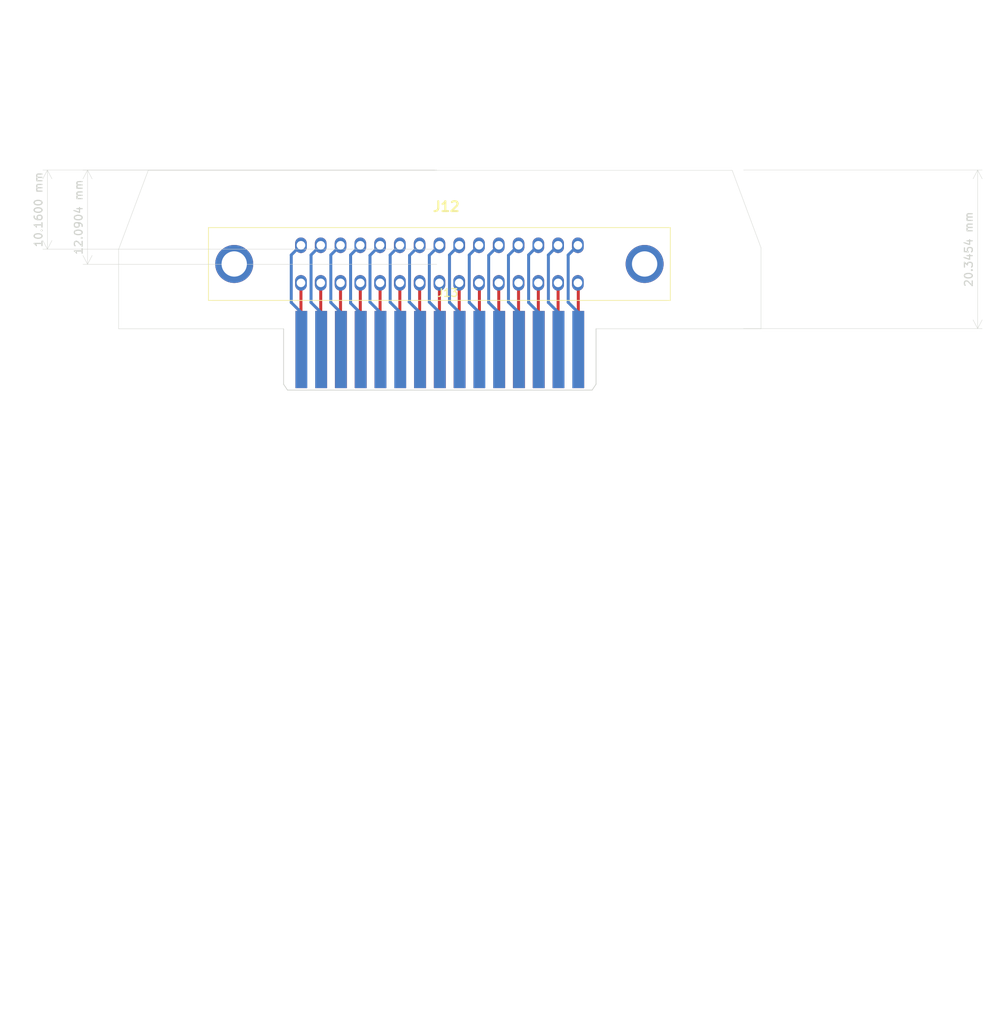
<source format=kicad_pcb>
(kicad_pcb (version 20221018) (generator pcbnew)
  (title_block (title "Portable Colecovision") (date "2024-01-03") (rev "DEV") (company "sparkletron") (comment 1 "Jay Convertino") (comment 2 "MIT LICENSE"))
  (layers (0 "F.Cu" signal) (31 "B.Cu" signal) (34 "B.Paste" user) (35 "F.Paste" user) (36 "B.SilkS" user "B.Silkscreen") (37 "F.SilkS" user "F.Silkscreen") (38 "B.Mask" user) (39 "F.Mask" user) (44 "Edge.Cuts" user))
  (net 0 "")
  (net 1 "Net-(J12-Pin_1)")
  (net 2 "Net-(J12-Pin_2)")
  (net 3 "Net-(J12-Pin_3)")
  (net 4 "Net-(J12-Pin_4)")
  (net 5 "Net-(J12-Pin_5)")
  (net 6 "Net-(J12-Pin_6)")
  (net 7 "Net-(J12-Pin_7)")
  (net 8 "Net-(J12-Pin_8)")
  (net 9 "Net-(J12-Pin_9)")
  (net 10 "Net-(J12-Pin_10)")
  (net 11 "Net-(J12-Pin_11)")
  (net 12 "Net-(J12-Pin_12)")
  (net 13 "Net-(J12-Pin_13)")
  (net 14 "Net-(J12-Pin_14)")
  (net 15 "Net-(J12-Pin_15)")
  (net 16 "Net-(J12-Pin_16)")
  (net 17 "Net-(J12-Pin_17)")
  (net 18 "Net-(J12-Pin_18)")
  (net 19 "Net-(J12-Pin_19)")
  (net 20 "Net-(J12-Pin_20)")
  (net 21 "Net-(J12-Pin_21)")
  (net 22 "Net-(J12-Pin_22)")
  (net 23 "Net-(J12-Pin_23)")
  (net 24 "Net-(J12-Pin_24)")
  (net 25 "Net-(J12-Pin_25)")
  (net 26 "Net-(J12-Pin_26)")
  (net 27 "Net-(J12-Pin_27)")
  (net 28 "Net-(J12-Pin_28)")
  (net 29 "Net-(J12-Pin_29)")
  (net 30 "Net-(J12-Pin_30)")
  (footprint "TE_5530841-2:55308412_coleco" (layer "F.Cu") (at 108.6866 133.2096 180)
    (fp_text reference "J12" (at -18.6588 9.791) (layer "F.SilkS") (effects (font (size 1.27 1.27) (thickness 0.254))))
    (fp_text value "Cartridge Port" hide)
    (fp_line (start -47.435 -2.25) (end -47.435 7.1) (stroke (width 0.1)) (layer "F.SilkS"))
    (fp_line (start -47.435 7.1) (end 11.875 7.1) (stroke (width 0.1)) (layer "F.SilkS"))
    (fp_line (start 11.875 -2.25) (end -47.435 -2.25) (stroke (width 0.1)) (layer "F.SilkS"))
    (fp_line (start 11.875 7.1) (end 11.875 -2.25) (stroke (width 0.1)) (layer "F.SilkS"))
    (pad "1" thru_hole oval (at 0 4.826 180) (size 1.5 2) (drill 1.1) (layers "*.Cu" "*.Mask") (net 1 "Net-(J12-Pin_1)"))
    (pad "2" thru_hole oval (at 0 0 180) (size 1.5 2) (drill 1.1) (layers "*.Cu" "*.Mask") (net 2 "Net-(J12-Pin_2)"))
    (pad "3" thru_hole oval (at -2.54 4.826 180) (size 1.5 2) (drill 1.1) (layers "*.Cu" "*.Mask") (net 3 "Net-(J12-Pin_3)"))
    (pad "4" thru_hole oval (at -2.54 0 180) (size 1.5 2) (drill 1.1) (layers "*.Cu" "*.Mask") (net 4 "Net-(J12-Pin_4)"))
    (pad "5" thru_hole oval (at -5.08 4.826 180) (size 1.5 2) (drill 1.1) (layers "*.Cu" "*.Mask") (net 5 "Net-(J12-Pin_5)"))
    (pad "6" thru_hole oval (at -5.08 0 180) (size 1.5 2) (drill 1.1) (layers "*.Cu" "*.Mask") (net 6 "Net-(J12-Pin_6)"))
    (pad "7" thru_hole oval (at -7.62 4.826 180) (size 1.5 2) (drill 1.1) (layers "*.Cu" "*.Mask") (net 7 "Net-(J12-Pin_7)"))
    (pad "8" thru_hole oval (at -7.62 0 180) (size 1.5 2) (drill 1.1) (layers "*.Cu" "*.Mask") (net 8 "Net-(J12-Pin_8)"))
    (pad "9" thru_hole oval (at -10.16 4.826 180) (size 1.5 2) (drill 1.1) (layers "*.Cu" "*.Mask") (net 9 "Net-(J12-Pin_9)"))
    (pad "10" thru_hole oval (at -10.16 0 180) (size 1.5 2) (drill 1.1) (layers "*.Cu" "*.Mask") (net 10 "Net-(J12-Pin_10)"))
    (pad "11" thru_hole oval (at -12.7 4.826 180) (size 1.5 2) (drill 1.1) (layers "*.Cu" "*.Mask") (net 11 "Net-(J12-Pin_11)"))
    (pad "12" thru_hole oval (at -12.7 0 180) (size 1.5 2) (drill 1.1) (layers "*.Cu" "*.Mask") (net 12 "Net-(J12-Pin_12)"))
    (pad "13" thru_hole oval (at -15.24 4.826 180) (size 1.5 2) (drill 1.1) (layers "*.Cu" "*.Mask") (net 13 "Net-(J12-Pin_13)"))
    (pad "14" thru_hole oval (at -15.24 0 180) (size 1.5 2) (drill 1.1) (layers "*.Cu" "*.Mask") (net 14 "Net-(J12-Pin_14)"))
    (pad "15" thru_hole oval (at -17.78 4.826 180) (size 1.5 2) (drill 1.1) (layers "*.Cu" "*.Mask") (net 15 "Net-(J12-Pin_15)"))
    (pad "16" thru_hole oval (at -17.78 0 180) (size 1.5 2) (drill 1.1) (layers "*.Cu" "*.Mask") (net 16 "Net-(J12-Pin_16)"))
    (pad "17" thru_hole oval (at -20.32 4.826 180) (size 1.5 2) (drill 1.1) (layers "*.Cu" "*.Mask") (net 17 "Net-(J12-Pin_17)"))
    (pad "18" thru_hole oval (at -20.32 0 180) (size 1.5 2) (drill 1.1) (layers "*.Cu" "*.Mask") (net 18 "Net-(J12-Pin_18)"))
    (pad "19" thru_hole oval (at -22.86 4.826 180) (size 1.5 2) (drill 1.1) (layers "*.Cu" "*.Mask") (net 19 "Net-(J12-Pin_19)"))
    (pad "20" thru_hole oval (at -22.86 0 180) (size 1.5 2) (drill 1.1) (layers "*.Cu" "*.Mask") (net 20 "Net-(J12-Pin_20)"))
    (pad "21" thru_hole oval (at -25.4 4.826 180) (size 1.5 2) (drill 1.1) (layers "*.Cu" "*.Mask") (net 21 "Net-(J12-Pin_21)"))
    (pad "22" thru_hole oval (at -25.4 0 180) (size 1.5 2) (drill 1.1) (layers "*.Cu" "*.Mask") (net 22 "Net-(J12-Pin_22)"))
    (pad "23" thru_hole oval (at -27.94 4.826 180) (size 1.5 2) (drill 1.1) (layers "*.Cu" "*.Mask") (net 23 "Net-(J12-Pin_23)"))
    (pad "24" thru_hole oval (at -27.94 0 180) (size 1.5 2) (drill 1.1) (layers "*.Cu" "*.Mask") (net 24 "Net-(J12-Pin_24)"))
    (pad "25" thru_hole oval (at -30.48 4.826 180) (size 1.5 2) (drill 1.1) (layers "*.Cu" "*.Mask") (net 25 "Net-(J12-Pin_25)"))
    (pad "26" thru_hole oval (at -30.48 0 180) (size 1.5 2) (drill 1.1) (layers "*.Cu" "*.Mask") (net 26 "Net-(J12-Pin_26)"))
    (pad "27" thru_hole oval (at -33.02 4.826 180) (size 1.5 2) (drill 1.1) (layers "*.Cu" "*.Mask") (net 27 "Net-(J12-Pin_27)"))
    (pad "28" thru_hole oval (at -33.02 0 180) (size 1.5 2) (drill 1.1) (layers "*.Cu" "*.Mask") (net 28 "Net-(J12-Pin_28)"))
    (pad "29" thru_hole oval (at -35.56 4.826 180) (size 1.5 2) (drill 1.1) (layers "*.Cu" "*.Mask") (net 29 "Net-(J12-Pin_29)"))
    (pad "30" thru_hole oval (at -35.56 0 180) (size 1.5 2) (drill 1.1) (layers "*.Cu" "*.Mask") (net 30 "Net-(J12-Pin_30)"))
    (pad "MH1" thru_hole circle (at 8.57 2.425 180) (size 4.875 4.875) (drill 3.25) (layers "*.Cu" "*.Mask"))
    (pad "MH2" thru_hole circle (at -44.13 2.425 180) (size 4.875 4.875) (drill 3.25) (layers "*.Cu" "*.Mask"))
  )
  (footprint "logos:sparkletron" (layer "F.Cu") (at 138.3842 226.960062)
    (fp_text reference "S1" hide)
    (fp_text value "sparkletron" hide)
  )
  (footprint "Connector_PCBEdge_EXT:Colecovision_Cartridge" (layer "F.Cu") (at 104.9274 143.6744)
    (fp_text reference "J13" (at 22.5958 -9.1814) (layer "F.SilkS"))
    (fp_text value "Cartridge Connector")
    (fp_line (start 1.524 2.54) (end 1.524 -4.572) (stroke (width 0.1)) (layer "Edge.Cuts"))
    (fp_line (start 2.032 3.302) (end 1.524 2.54) (stroke (width 0.1)) (layer "Edge.Cuts"))
    (fp_line (start 41.148 3.302) (end 2.032 3.302) (stroke (width 0.1)) (layer "Edge.Cuts"))
    (fp_line (start 41.656 -4.572) (end 41.656 2.54) (stroke (width 0.1)) (layer "Edge.Cuts"))
    (fp_line (start 41.656 2.54) (end 41.148 3.302) (stroke (width 0.1)) (layer "Edge.Cuts"))
    (pad "1" connect rect (at 3.81 -1.905) (size 1.524 9.906) (layers "B.Cu" "B.Mask") (net 1 "Net-(J12-Pin_1)"))
    (pad "2" connect rect (at 3.81 -1.905) (size 1.524 9.906) (layers "F.Cu" "F.Mask") (net 2 "Net-(J12-Pin_2)"))
    (pad "3" connect rect (at 6.35 -1.905) (size 1.524 9.906) (layers "B.Cu" "B.Mask") (net 3 "Net-(J12-Pin_3)"))
    (pad "4" connect rect (at 6.35 -1.905) (size 1.524 9.906) (layers "F.Cu" "F.Mask") (net 4 "Net-(J12-Pin_4)"))
    (pad "5" connect rect (at 8.89 -1.905) (size 1.524 9.906) (layers "B.Cu" "B.Mask") (net 5 "Net-(J12-Pin_5)"))
    (pad "6" connect rect (at 8.89 -1.905) (size 1.524 9.906) (layers "F.Cu" "F.Mask") (net 6 "Net-(J12-Pin_6)"))
    (pad "7" connect rect (at 11.43 -1.905) (size 1.524 9.906) (layers "B.Cu" "B.Mask") (net 7 "Net-(J12-Pin_7)"))
    (pad "8" connect rect (at 11.43 -1.905) (size 1.524 9.906) (layers "F.Cu" "F.Mask") (net 8 "Net-(J12-Pin_8)"))
    (pad "9" connect rect (at 13.97 -1.905) (size 1.524 9.906) (layers "B.Cu" "B.Mask") (net 9 "Net-(J12-Pin_9)"))
    (pad "10" connect rect (at 13.97 -1.905) (size 1.524 9.906) (layers "F.Cu" "F.Mask") (net 10 "Net-(J12-Pin_10)"))
    (pad "11" connect rect (at 16.51 -1.905) (size 1.524 9.906) (layers "B.Cu" "B.Mask") (net 11 "Net-(J12-Pin_11)"))
    (pad "12" connect rect (at 16.51 -1.905) (size 1.524 9.906) (layers "F.Cu" "F.Mask") (net 12 "Net-(J12-Pin_12)"))
    (pad "13" connect rect (at 19.05 -1.905) (size 1.524 9.906) (layers "B.Cu" "B.Mask") (net 13 "Net-(J12-Pin_13)"))
    (pad "14" connect rect (at 19.05 -1.905) (size 1.524 9.906) (layers "F.Cu" "F.Mask") (net 14 "Net-(J12-Pin_14)"))
    (pad "15" connect rect (at 21.59 -1.905) (size 1.524 9.906) (layers "B.Cu" "B.Mask") (net 15 "Net-(J12-Pin_15)"))
    (pad "16" connect rect (at 21.59 -1.905) (size 1.524 9.906) (layers "F.Cu" "F.Mask") (net 16 "Net-(J12-Pin_16)"))
    (pad "17" connect rect (at 24.13 -1.905) (size 1.524 9.906) (layers "B.Cu" "B.Mask") (net 17 "Net-(J12-Pin_17)"))
    (pad "18" connect rect (at 24.13 -1.905) (size 1.524 9.906) (layers "F.Cu" "F.Mask") (net 18 "Net-(J12-Pin_18)"))
    (pad "19" connect rect (at 26.67 -1.905) (size 1.524 9.906) (layers "B.Cu" "B.Mask") (net 19 "Net-(J12-Pin_19)"))
    (pad "20" connect rect (at 26.67 -1.905) (size 1.524 9.906) (layers "F.Cu" "F.Mask") (net 20 "Net-(J12-Pin_20)"))
    (pad "21" connect rect (at 29.21 -1.905) (size 1.524 9.906) (layers "B.Cu" "B.Mask") (net 21 "Net-(J12-Pin_21)"))
    (pad "22" connect rect (at 29.21 -1.905) (size 1.524 9.906) (layers "F.Cu" "F.Mask") (net 22 "Net-(J12-Pin_22)"))
    (pad "23" connect rect (at 31.75 -1.905) (size 1.524 9.906) (layers "B.Cu" "B.Mask") (net 23 "Net-(J12-Pin_23)"))
    (pad "24" connect rect (at 31.75 -1.905) (size 1.524 9.906) (layers "F.Cu" "F.Mask") (net 24 "Net-(J12-Pin_24)"))
    (pad "25" connect rect (at 34.29 -1.905) (size 1.524 9.906) (layers "B.Cu" "B.Mask") (net 25 "Net-(J12-Pin_25)"))
    (pad "26" connect rect (at 34.29 -1.905) (size 1.524 9.906) (layers "F.Cu" "F.Mask") (net 26 "Net-(J12-Pin_26)"))
    (pad "27" connect rect (at 36.83 -1.905) (size 1.524 9.906) (layers "B.Cu" "B.Mask") (net 27 "Net-(J12-Pin_27)"))
    (pad "28" connect rect (at 36.83 -1.905) (size 1.524 9.906) (layers "F.Cu" "F.Mask") (net 28 "Net-(J12-Pin_28)"))
    (pad "29" connect rect (at 39.37 -1.905) (size 1.524 9.906) (layers "B.Cu" "B.Mask") (net 29 "Net-(J12-Pin_29)"))
    (pad "30" connect rect (at 39.37 -1.905) (size 1.524 9.906) (layers "F.Cu" "F.Mask") (net 30 "Net-(J12-Pin_30)"))
  )
  (gr_line (start 106.4514 139.1024) (end 85.2678 139.1024) (stroke (width 0.05)) (layer "Edge.Cuts"))
  (gr_line (start 89.0778 118.757) (end 164.0586 118.757) (stroke (width 0.05)) (layer "Edge.Cuts"))
  (gr_line (start 85.2678 128.917) (end 89.0778 118.757) (stroke (width 0.05)) (layer "Edge.Cuts"))
  (gr_line (start 85.2678 139.1024) (end 85.2678 128.917) (stroke (width 0.05)) (layer "Edge.Cuts"))
  (gr_line (start 164.0586 118.757) (end 167.767 128.7138) (stroke (width 0.05)) (layer "Edge.Cuts"))
  (gr_line (start 146.5834 139.1024) (end 167.767 139.1024) (stroke (width 0.05)) (layer "Edge.Cuts"))
  (gr_line (start 167.767 139.1024) (end 167.767 128.7138) (stroke (width 0.05)) (layer "Edge.Cuts"))
  (dimension (type aligned) (layer "Edge.Cuts") (pts (xy 126.3498 118.7316) (xy 126.3498 128.8916)) (height 50.226) (gr_text "400.0000 mils" (at 74.9738 123.8116 90) (layer "Edge.Cuts") (effects (font (size 1 1) (thickness 0.15)))) (format (prefix "") (suffix "") (units 3) (units_format 1) (precision 4)) (style (thickness 0.05) (arrow_length 1.27) (text_position_mode 0) (extension_height 0.58642) (extension_offset 0.5) keep_text_aligned))
  (dimension (type aligned) (layer "Edge.Cuts") (pts (xy 126.6292 130.822) (xy 126.6292 118.7316)) (height -45.3492) (gr_text "476.0000 mils" (at 80.13 124.7768 90) (layer "Edge.Cuts") (effects (font (size 1 1) (thickness 0.15)))) (format (prefix "") (suffix "") (units 3) (units_format 1) (precision 4)) (style (thickness 0.05) (arrow_length 1.27) (text_position_mode 0) (extension_height 0.58642) (extension_offset 0.5) keep_text_aligned))
  (dimension (type aligned) (layer "Edge.Cuts") (pts (xy 165.0238 139.077) (xy 165.0238 118.7316)) (height 30.5562) (gr_text "801.0000 mils" (at 194.43 128.9043 90) (layer "Edge.Cuts") (effects (font (size 1 1) (thickness 0.15)))) (format (prefix "") (suffix "") (units 3) (units_format 1) (precision 4)) (style (thickness 0.05) (arrow_length 1.27) (text_position_mode 0) (extension_height 0.58642) (extension_offset 0.5) keep_text_aligned))
  (segment (start 107.4413 129.6289) (end 108.6866 128.3836) (width 0.381) (layer "B.Cu") (net 1))
  (segment (start 107.4413 135.733584) (end 107.4413 129.6289) (width 0.381) (layer "B.Cu") (net 1))
  (segment (start 108.7374 141.7694) (end 108.7374 137.029684) (width 0.381) (layer "B.Cu") (net 1))
  (segment (start 108.7374 137.029684) (end 107.4413 135.733584) (width 0.381) (layer "B.Cu") (net 1))
  (segment (start 108.6866 141.7186) (end 108.7374 141.7694) (width 0.381) (layer "F.Cu") (net 2))
  (segment (start 108.6866 133.2096) (end 108.6866 141.7186) (width 0.381) (layer "F.Cu") (net 2))
  (segment (start 111.2774 137.029684) (end 109.9813 135.733584) (width 0.381) (layer "B.Cu") (net 3))
  (segment (start 109.9813 129.6289) (end 111.2266 128.3836) (width 0.381) (layer "B.Cu") (net 3))
  (segment (start 109.9813 135.733584) (end 109.9813 129.6289) (width 0.381) (layer "B.Cu") (net 3))
  (segment (start 111.2774 141.7694) (end 111.2774 137.029684) (width 0.381) (layer "B.Cu") (net 3))
  (segment (start 111.2266 133.2096) (end 111.2266 141.7186) (width 0.381) (layer "F.Cu") (net 4))
  (segment (start 111.2266 141.7186) (end 111.2774 141.7694) (width 0.381) (layer "F.Cu") (net 4))
  (segment (start 112.5213 129.6289) (end 113.7666 128.3836) (width 0.381) (layer "B.Cu") (net 5))
  (segment (start 112.5213 135.733584) (end 112.5213 129.6289) (width 0.381) (layer "B.Cu") (net 5))
  (segment (start 113.8174 137.029684) (end 112.5213 135.733584) (width 0.381) (layer "B.Cu") (net 5))
  (segment (start 113.8174 141.7694) (end 113.8174 137.029684) (width 0.381) (layer "B.Cu") (net 5))
  (segment (start 113.7666 133.2096) (end 113.7666 141.7186) (width 0.381) (layer "F.Cu") (net 6))
  (segment (start 113.7666 141.7186) (end 113.8174 141.7694) (width 0.381) (layer "F.Cu") (net 6))
  (segment (start 115.0613 135.809784) (end 115.0613 129.6289) (width 0.381) (layer "B.Cu") (net 7))
  (segment (start 116.3574 141.7694) (end 116.3574 137.105884) (width 0.381) (layer "B.Cu") (net 7))
  (segment (start 115.0613 129.6289) (end 116.3066 128.3836) (width 0.381) (layer "B.Cu") (net 7))
  (segment (start 116.3574 137.105884) (end 115.0613 135.809784) (width 0.381) (layer "B.Cu") (net 7))
  (segment (start 116.3066 133.2096) (end 116.3066 141.7186) (width 0.381) (layer "F.Cu") (net 8))
  (segment (start 116.3066 141.7186) (end 116.3574 141.7694) (width 0.381) (layer "F.Cu") (net 8))
  (segment (start 117.5519 135.684184) (end 117.5519 129.6783) (width 0.381) (layer "B.Cu") (net 9))
  (segment (start 117.5519 129.6783) (end 118.8466 128.3836) (width 0.381) (layer "B.Cu") (net 9))
  (segment (start 118.8974 141.7694) (end 118.8974 137.029684) (width 0.381) (layer "B.Cu") (net 9))
  (segment (start 118.8974 137.029684) (end 117.5519 135.684184) (width 0.381) (layer "B.Cu") (net 9))
  (segment (start 118.8466 141.7186) (end 118.8974 141.7694) (width 0.381) (layer "F.Cu") (net 10))
  (segment (start 118.8466 133.2096) (end 118.8466 141.7186) (width 0.381) (layer "F.Cu") (net 10))
  (segment (start 120.1413 129.6289) (end 121.3866 128.3836) (width 0.381) (layer "B.Cu") (net 11))
  (segment (start 121.4374 137.004284) (end 120.1413 135.708184) (width 0.381) (layer "B.Cu") (net 11))
  (segment (start 120.1413 135.708184) (end 120.1413 129.6289) (width 0.381) (layer "B.Cu") (net 11))
  (segment (start 121.4374 141.7694) (end 121.4374 137.004284) (width 0.381) (layer "B.Cu") (net 11))
  (segment (start 121.3866 141.7186) (end 121.4374 141.7694) (width 0.381) (layer "F.Cu") (net 12))
  (segment (start 121.3866 133.2096) (end 121.3866 141.7186) (width 0.381) (layer "F.Cu") (net 12))
  (segment (start 122.5804 135.648) (end 122.6319 135.5965) (width 0.381) (layer "B.Cu") (net 13))
  (segment (start 123.9774 141.7694) (end 123.9774 137.045) (width 0.381) (layer "B.Cu") (net 13))
  (segment (start 123.9774 137.045) (end 122.5804 135.648) (width 0.381) (layer "B.Cu") (net 13))
  (segment (start 122.6319 129.6783) (end 123.9266 128.3836) (width 0.381) (layer "B.Cu") (net 13))
  (segment (start 122.6319 135.5965) (end 122.6319 129.6783) (width 0.381) (layer "B.Cu") (net 13))
  (segment (start 123.9266 141.7186) (end 123.9774 141.7694) (width 0.381) (layer "F.Cu") (net 14))
  (segment (start 123.9266 133.2096) (end 123.9266 141.7186) (width 0.381) (layer "F.Cu") (net 14))
  (segment (start 126.5174 137.029684) (end 125.1719 135.684184) (width 0.381) (layer "B.Cu") (net 15))
  (segment (start 125.1719 135.684184) (end 125.1719 129.6783) (width 0.381) (layer "B.Cu") (net 15))
  (segment (start 126.5174 141.7694) (end 126.5174 137.029684) (width 0.381) (layer "B.Cu") (net 15))
  (segment (start 125.1719 129.6783) (end 126.4666 128.3836) (width 0.381) (layer "B.Cu") (net 15))
  (segment (start 126.4666 133.2096) (end 126.4666 141.7186) (width 0.381) (layer "F.Cu") (net 16))
  (segment (start 126.4666 141.7186) (end 126.5174 141.7694) (width 0.381) (layer "F.Cu") (net 16))
  (segment (start 129.0574 141.7694) (end 129.0574 137.029684) (width 0.381) (layer "B.Cu") (net 17))
  (segment (start 129.0574 137.029684) (end 127.7613 135.733584) (width 0.381) (layer "B.Cu") (net 17))
  (segment (start 127.7613 129.6289) (end 129.0066 128.3836) (width 0.381) (layer "B.Cu") (net 17))
  (segment (start 127.7613 135.733584) (end 127.7613 129.6289) (width 0.381) (layer "B.Cu") (net 17))
  (segment (start 129.0066 133.2096) (end 129.0066 141.7186) (width 0.381) (layer "F.Cu") (net 18))
  (segment (start 129.0066 141.7186) (end 129.0574 141.7694) (width 0.381) (layer "F.Cu") (net 18))
  (segment (start 129.0574 133.2604) (end 129.0066 133.2096) (width 0.381) (layer "B.Cu") (net 18))
  (segment (start 130.3013 129.6289) (end 131.5466 128.3836) (width 0.381) (layer "B.Cu") (net 19))
  (segment (start 131.5974 137.029684) (end 130.3013 135.733584) (width 0.381) (layer "B.Cu") (net 19))
  (segment (start 130.3013 135.733584) (end 130.3013 129.6289) (width 0.381) (layer "B.Cu") (net 19))
  (segment (start 131.5974 141.7694) (end 131.5974 137.029684) (width 0.381) (layer "B.Cu") (net 19))
  (segment (start 131.5974 133.2604) (end 131.5466 133.2096) (width 0.381) (layer "F.Cu") (net 20))
  (segment (start 131.5974 141.7694) (end 131.5974 133.2604) (width 0.381) (layer "F.Cu") (net 20))
  (segment (start 134.1374 141.7694) (end 134.1374 137.0704) (width 0.381) (layer "B.Cu") (net 21))
  (segment (start 132.7919 135.7249) (end 132.7919 129.6783) (width 0.381) (layer "B.Cu") (net 21))
  (segment (start 132.7919 129.6783) (end 134.0866 128.3836) (width 0.381) (layer "B.Cu") (net 21))
  (segment (start 134.1374 137.0704) (end 132.7919 135.7249) (width 0.381) (layer "B.Cu") (net 21))
  (segment (start 134.0866 141.7186) (end 134.1374 141.7694) (width 0.381) (layer "F.Cu") (net 22))
  (segment (start 134.0866 133.2096) (end 134.0866 141.7186) (width 0.381) (layer "F.Cu") (net 22))
  (segment (start 135.3312 129.679) (end 136.6266 128.3836) (width 0.381) (layer "B.Cu") (net 23))
  (segment (start 136.6774 137.029684) (end 135.3312 135.683484) (width 0.381) (layer "B.Cu") (net 23))
  (segment (start 136.6774 141.7694) (end 136.6774 137.029684) (width 0.381) (layer "B.Cu") (net 23))
  (segment (start 135.3312 135.683484) (end 135.3312 129.679) (width 0.381) (layer "B.Cu") (net 23))
  (segment (start 136.6266 141.7186) (end 136.6774 141.7694) (width 0.381) (layer "F.Cu") (net 24))
  (segment (start 136.6266 133.2096) (end 136.6266 141.7186) (width 0.381) (layer "F.Cu") (net 24))
  (segment (start 137.9213 135.733584) (end 137.9213 129.6289) (width 0.381) (layer "B.Cu") (net 25))
  (segment (start 139.2174 141.7694) (end 139.2174 137.029684) (width 0.381) (layer "B.Cu") (net 25))
  (segment (start 137.9213 129.6289) (end 139.1666 128.3836) (width 0.381) (layer "B.Cu") (net 25))
  (segment (start 139.2174 137.029684) (end 137.9213 135.733584) (width 0.381) (layer "B.Cu") (net 25))
  (segment (start 139.1666 133.2096) (end 139.1666 141.7186) (width 0.381) (layer "F.Cu") (net 26))
  (segment (start 139.1666 141.7186) (end 139.2174 141.7694) (width 0.381) (layer "F.Cu") (net 26))
  (segment (start 139.2174 133.2604) (end 139.1666 133.2096) (width 0.381) (layer "B.Cu") (net 26))
  (segment (start 140.4613 135.733584) (end 140.4613 129.6289) (width 0.381) (layer "B.Cu") (net 27))
  (segment (start 141.7574 137.029684) (end 140.4613 135.733584) (width 0.381) (layer "B.Cu") (net 27))
  (segment (start 141.7574 141.7694) (end 141.7574 137.029684) (width 0.381) (layer "B.Cu") (net 27))
  (segment (start 140.4613 129.6289) (end 141.7066 128.3836) (width 0.381) (layer "B.Cu") (net 27))
  (segment (start 141.7066 133.2096) (end 141.7066 141.7186) (width 0.381) (layer "F.Cu") (net 28))
  (segment (start 141.7066 141.7186) (end 141.7574 141.7694) (width 0.381) (layer "F.Cu") (net 28))
  (segment (start 144.2974 141.7694) (end 144.2974 137.004284) (width 0.381) (layer "B.Cu") (net 29))
  (segment (start 144.2974 137.004284) (end 143.0013 135.708184) (width 0.381) (layer "B.Cu") (net 29))
  (segment (start 143.0013 135.708184) (end 143.0013 129.6289) (width 0.381) (layer "B.Cu") (net 29))
  (segment (start 143.0013 129.6289) (end 144.2466 128.3836) (width 0.381) (layer "B.Cu") (net 29))
  (segment (start 144.2974 133.2604) (end 144.2466 133.2096) (width 0.381) (layer "F.Cu") (net 30))
  (segment (start 144.2974 141.7694) (end 144.2974 133.2604) (width 0.381) (layer "F.Cu") (net 30))
)
</source>
